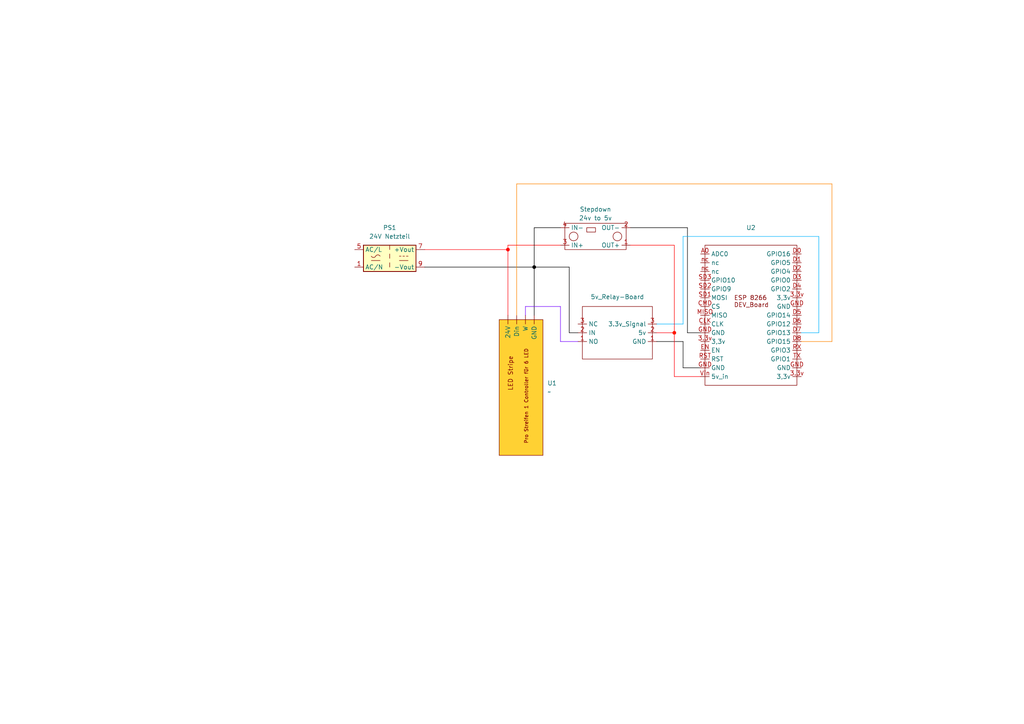
<source format=kicad_sch>
(kicad_sch (version 20250114) (generator "eeschema") (generator_version "9.0")
  (paper "A4")
  (lib_symbols
    (symbol "5v-Relays:1ch_Relay"
      (property "Reference" "R" (at 0 0 0))
      (symbol "1ch_Relay_0_1"
        (rectangle (start -10.16 -1.27) (end 10.16 -16.51))
      )
      (symbol "1ch_Relay_1_1"
        (pin input line (at -11.43 -6.35 0) (length 2.54) (name "GND") (number "1"))
        (pin input line (at -11.43 -8.89 0) (length 2.54) (name "5v") (number "2"))
        (pin input line (at -11.43 -11.43 0) (length 2.54) (name "3.3v_Signal") (number "3"))
        (pin output line (at 11.43 -6.35 180) (length 2.54) (name "NO") (number "1"))
        (pin input line (at 11.43 -8.89 180) (length 2.54) (name "IN") (number "2"))
        (pin output line (at 11.43 -11.43 180) (length 2.54) (name "NC") (number "3"))
      )
    )
    (symbol "Converter_ACDC:HS-40024"
      (property "Reference" "PS" (at 0 5.08 0))
      (property "Value" "HS-40024" (at 0 -5.08 0))
      (symbol "HS-40024_0_1"
        (rectangle (start -7.62 3.81) (end 7.62 -3.81) (stroke (width 0.254)) (fill (type background)))
        (polyline (pts (xy -5.334 -0.635) (xy -2.794 -0.635)))
        (arc (start -4.064 0.635) (mid -4.699 0.2495) (end -5.334 0.635))
        (arc (start -4.064 0.635) (mid -3.429 1.0072) (end -2.794 0.635))
        (polyline (pts (xy 2.794 0.635) (xy 3.302 0.635)))
        (polyline (pts (xy 2.794 -0.635) (xy 5.334 -0.635)))
        (polyline (pts (xy 3.81 0.635) (xy 4.318 0.635)))
        (polyline (pts (xy 4.826 0.635) (xy 5.334 0.635)))
      )
      (symbol "HS-40024_1_1"
        (polyline (pts (xy 0 3.81) (xy 0 2.54)))
        (polyline (pts (xy 0 1.27) (xy 0 0)))
        (polyline (pts (xy 0 -1.27) (xy 0 -2.54)))
        (pin power_in line (at -10.16 2.54 0) (length 2.54) (name "AC/L") (number "5"))
        (pin power_in line (at -10.16 -2.54 0) (length 2.54) (name "AC/N") (number "1"))
        (pin power_out line (at 10.16 2.54 180) (length 2.54) (name "+Vout") (number "7"))
        (pin power_out line (at 10.16 -2.54 180) (length 2.54) (name "-Vout") (number "9"))
      )
    )
    (symbol "StepDown-Converter:LM2596 Stepdown"
      (property "Reference" "V" (at 0 0 0))
      (symbol "LM2596 Stepdown_0_1"
        (rectangle (start -8.89 -2.54) (end 8.89 -10.16))
        (circle (center -6.35 -6.35) (radius 1.27))
        (rectangle (start 0 -7.62) (end 2.54 -8.89))
        (circle (center 6.35 -6.35) (radius 1.27))
      )
      (symbol "LM2596 Stepdown_1_1"
        (pin power_out line (at -10.16 -3.81 0) (length 2.54) (name "OUT+") (number "1"))
        (pin power_out line (at -10.16 -8.89 0) (length 2.54) (name "OUT-") (number "2"))
        (pin power_in line (at 10.16 -3.81 180) (length 2.54) (name "IN+") (number "3"))
        (pin power_in line (at 10.16 -8.89 180) (length 2.54) (name "IN-") (number "4"))
      )
    )
    (symbol "esp:ESP_8266 DEV_Board"
      (property "Reference" "U" (at 0 0 0))
      (symbol "ESP_8266 DEV_Board_0_1"
        (rectangle (start -13.97 -2.54) (end 12.7 -43.18))
      )
      (symbol "ESP_8266 DEV_Board_1_1"
        (text "ESP 8266" (at -0.762 -17.78 0) (effects (font (size 1.27 1.27))))
        (text "DEV_Board" (at -0.508 -19.812 0) (effects (font (size 1.27 1.27))))
        (pin input line (at -15.24 -5.08 0) (length 2.54) (name "ADC0") (number "A0"))
        (pin free line (at -15.24 -7.62 0) (length 2.54) (name "nc") (number "nc"))
        (pin free line (at -15.24 -10.16 0) (length 2.54) (name "nc") (number "nc"))
        (pin input line (at -15.24 -12.7 0) (length 2.54) (name "GPIO10") (number "SD3"))
        (pin input line (at -15.24 -15.24 0) (length 2.54) (name "GPIO9") (number "SD2"))
        (pin input line (at -15.24 -17.78 0) (length 2.54) (name "MOSI") (number "SD1"))
        (pin input line (at -15.24 -20.32 0) (length 2.54) (name "CS") (number "CMD"))
        (pin input line (at -15.24 -22.86 0) (length 2.54) (name "MISO") (number "MISO"))
        (pin input line (at -15.24 -25.4 0) (length 2.54) (name "CLK") (number "CLK"))
        (pin bidirectional line (at -15.24 -27.94 0) (length 2.54) (name "GND") (number "GND"))
        (pin power_out line (at -15.24 -30.48 0) (length 2.54) (name "3,3v") (number "3.3v"))
        (pin input line (at -15.24 -33.02 0) (length 2.54) (name "EN") (number "EN"))
        (pin input line (at -15.24 -35.56 0) (length 2.54) (name "RST") (number "RST"))
        (pin bidirectional line (at -15.24 -38.1 0) (length 2.54) (name "GND") (number "GND"))
        (pin power_in line (at -15.24 -40.64 0) (length 2.54) (name "5v_in") (number "Vin"))
        (pin bidirectional line (at 13.97 -5.08 180) (length 2.54) (name "GPIO16") (number "D0"))
        (pin bidirectional line (at 13.97 -7.62 180) (length 2.54) (name "GPIO5") (number "D1"))
        (pin bidirectional line (at 13.97 -10.16 180) (length 2.54) (name "GPIO4") (number "D2"))
        (pin bidirectional line (at 13.97 -12.7 180) (length 2.54) (name "GPIO0") (number "D3"))
        (pin bidirectional line (at 13.97 -15.24 180) (length 2.54) (name "GPIO2") (number "D4"))
        (pin power_out line (at 13.97 -17.78 180) (length 2.54) (name "3,3v") (number "3.3v"))
        (pin bidirectional line (at 13.97 -20.32 180) (length 2.54) (name "GND") (number "GND"))
        (pin bidirectional line (at 13.97 -22.86 180) (length 2.54) (name "GPIO14") (number "D5"))
        (pin bidirectional line (at 13.97 -25.4 180) (length 2.54) (name "GPIO12") (number "D6"))
        (pin bidirectional line (at 13.97 -27.94 180) (length 2.54) (name "GPIO13") (number "D7"))
        (pin bidirectional line (at 13.97 -30.48 180) (length 2.54) (name "GPIO15") (number "D8"))
        (pin bidirectional line (at 13.97 -33.02 180) (length 2.54) (name "GPIO3") (number "RX"))
        (pin bidirectional line (at 13.97 -35.56 180) (length 2.54) (name "GPIO1") (number "TX"))
        (pin bidirectional line (at 13.97 -38.1 180) (length 2.54) (name "GND") (number "GND"))
        (pin power_out line (at 13.97 -40.64 180) (length 2.54) (name "3,3v") (number "3.3v"))
      )
    )
    (symbol "rgbw_led:RGB-W Led Stripe Netto"
      (property "Reference" "U" (at 0 2.54 0))
      (symbol "RGB-W Led Stripe Netto_0_1"
        (rectangle (start -7.62 -5.08) (end 5.08 -44.45) (fill (type color) (color 255 199 0 0.8)))
      )
      (symbol "RGB-W Led Stripe Netto_1_1"
        (text "LED Stripe" (at -4.318 -20.574 900) (effects (font (size 1.27 1.27))))
        (text "Pro Streifen 1 Controller für 6 LED" (at 0.254 -27.178 900) (effects (font (size 1.016 1.016))))
        (pin input line (at -5.08 -3.81 270) (length 2.54) (name "24V") (number ""))
        (pin input line (at -2.54 -3.81 270) (length 2.54) (name "Din") (number ""))
        (pin input line (at 0 -3.81 270) (length 2.54) (name "W") (number ""))
        (pin input line (at 2.54 -3.81 270) (length 2.54) (name "GND") (number ""))
      )
    )
  )
  (junction (at 195.58 96.52) (color 255 15 0 1))
  (junction (at 154.94 77.47) (color 0 0 0 1))
  (junction (at 147.32 72.39) (color 255 0 2 1))
  (wire (pts (xy 154.94 66.04) (xy 154.94 77.47)) (stroke (width 0) (color 0 0 0 1)))
  (wire (pts (xy 199.39 96.52) (xy 203.2 96.52)) (stroke (width 0) (color 0 0 0 1)))
  (wire (pts (xy 154.94 77.47) (xy 165.1 77.47)) (stroke (width 0) (color 0 0 0 1)))
  (wire (pts (xy 198.12 93.98) (xy 198.12 68.58)) (stroke (width 0) (color 0 180 255 1)))
  (wire (pts (xy 195.58 109.22) (xy 203.2 109.22)) (stroke (width 0) (color 255 0 11 1)))
  (wire (pts (xy 241.3 53.34) (xy 241.3 99.06)) (stroke (width 0) (color 255 132 0 1)))
  (wire (pts (xy 154.94 77.47) (xy 154.94 91.44)) (stroke (width 0) (color 0 0 0 1)))
  (wire (pts (xy 147.32 72.39) (xy 147.32 91.44)) (stroke (width 0) (color 255 6 15 1)))
  (wire (pts (xy 198.12 106.68) (xy 203.2 106.68)) (stroke (width 0) (color 5 5 5 1)))
  (wire (pts (xy 167.64 96.52) (xy 165.1 96.52)) (stroke (width 0) (color 0 0 0 1)))
  (wire (pts (xy 237.49 68.58) (xy 237.49 96.52)) (stroke (width 0) (color 0 180 255 1)))
  (wire (pts (xy 237.49 96.52) (xy 232.41 96.52)) (stroke (width 0) (color 0 180 255 1)))
  (wire (pts (xy 198.12 68.58) (xy 237.49 68.58)) (stroke (width 0) (color 0 180 255 1)))
  (wire (pts (xy 190.5 99.06) (xy 198.12 99.06)) (stroke (width 0) (color 5 5 5 1)))
  (wire (pts (xy 199.39 66.04) (xy 199.39 96.52)) (stroke (width 0) (color 0 0 0 1)))
  (wire (pts (xy 149.86 53.34) (xy 241.3 53.34)) (stroke (width 0) (color 255 132 0 1)))
  (wire (pts (xy 195.58 96.52) (xy 195.58 109.22)) (stroke (width 0) (color 255 0 11 1)))
  (wire (pts (xy 123.19 72.39) (xy 147.32 72.39)) (stroke (width 0) (color 255 6 15 1)))
  (wire (pts (xy 152.4 88.9) (xy 162.56 88.9)) (stroke (width 0) (color 117 6 255 1)))
  (wire (pts (xy 147.32 71.12) (xy 147.32 72.39)) (stroke (width 0) (color 255 0 0 1)))
  (wire (pts (xy 241.3 99.06) (xy 232.41 99.06)) (stroke (width 0) (color 255 132 0 1)))
  (wire (pts (xy 165.1 96.52) (xy 165.1 77.47)) (stroke (width 0) (color 0 0 0 1)))
  (wire (pts (xy 149.86 53.34) (xy 149.86 91.44)) (stroke (width 0) (color 255 132 0 1)))
  (wire (pts (xy 152.4 91.44) (xy 152.4 88.9)) (stroke (width 0) (color 117 6 255 1)))
  (wire (pts (xy 162.56 88.9) (xy 162.56 99.06)) (stroke (width 0) (color 117 6 255 1)))
  (wire (pts (xy 162.56 66.04) (xy 154.94 66.04)) (stroke (width 0) (color 0 0 0 1)))
  (wire (pts (xy 162.56 71.12) (xy 147.32 71.12)) (stroke (width 0) (color 255 0 0 1)))
  (wire (pts (xy 195.58 71.12) (xy 195.58 96.52)) (stroke (width 0) (color 255 0 0 1)))
  (wire (pts (xy 198.12 99.06) (xy 198.12 106.68)) (stroke (width 0) (color 5 5 5 1)))
  (wire (pts (xy 182.88 66.04) (xy 199.39 66.04)) (stroke (width 0) (color 0 0 0 1)))
  (wire (pts (xy 123.19 77.47) (xy 154.94 77.47)) (stroke (width 0) (color 0 0 0 1)))
  (wire (pts (xy 182.88 71.12) (xy 195.58 71.12)) (stroke (width 0) (color 255 0 0 1)))
  (wire (pts (xy 190.5 96.52) (xy 195.58 96.52)) (stroke (width 0) (color 255 0 11 1)))
  (wire (pts (xy 162.56 99.06) (xy 167.64 99.06)) (stroke (width 0) (color 117 6 255 1)))
  (wire (pts (xy 190.5 93.98) (xy 198.12 93.98)) (stroke (width 0) (color 0 180 255 1)))
  (symbol (lib_id "5v-Relays:1ch_Relay") (at 179.07 105.41 180) (unit 1)
    (property "Reference" "5v_Relay-Board" (at 179.07 86.106 0))
  )
  (symbol (lib_id "esp:ESP_8266 DEV_Board") (at 218.44 68.58 0) (unit 1)
    (property "Reference" "U2" (at 217.805 66.04 0))
  )
  (symbol (lib_id "StepDown-Converter:LM2596 Stepdown") (at 172.72 74.93 180) (unit 1)
    (property "Reference" "Stepdown" (at 172.72 60.706 0))
    (property "Value" "24v to 5v" (at 172.72 63.246 0))
  )
  (symbol (lib_id "rgbw_led:RGB-W Led Stripe Netto") (at 152.4 87.63 0) (unit 1)
    (property "Reference" "U1" (at 158.75 111.1249 0) (effects (justify left)))
    (property "Value" "~" (at 158.75 113.6649 0) (effects (justify left)))
  )
  (symbol (lib_id "Converter_ACDC:HS-40024") (at 113.03 74.93 0) (unit 1)
    (property "Reference" "PS1" (at 113.03 66.04 0))
    (property "Value" "24V Netzteil" (at 113.03 68.58 0))
    (property "Footprint" "Converter_ACDC:Converter_ACDC_Hahn_HS-400xx_THT" (effects (hide yes)))
    (property "Datasheet" "https://www.schukat.com/schukat/pdf.nsf/index/17647BA7403E2D39C1257B810041F34E/$file/HS-40024-Serie%20Schemazeichnung-A3%20(1).pdf" (effects (hide yes)))
    (property "Description" "24V, 3W, AC-DC module power supply, Hahn" (effects (hide yes)))
  )
)
</source>
